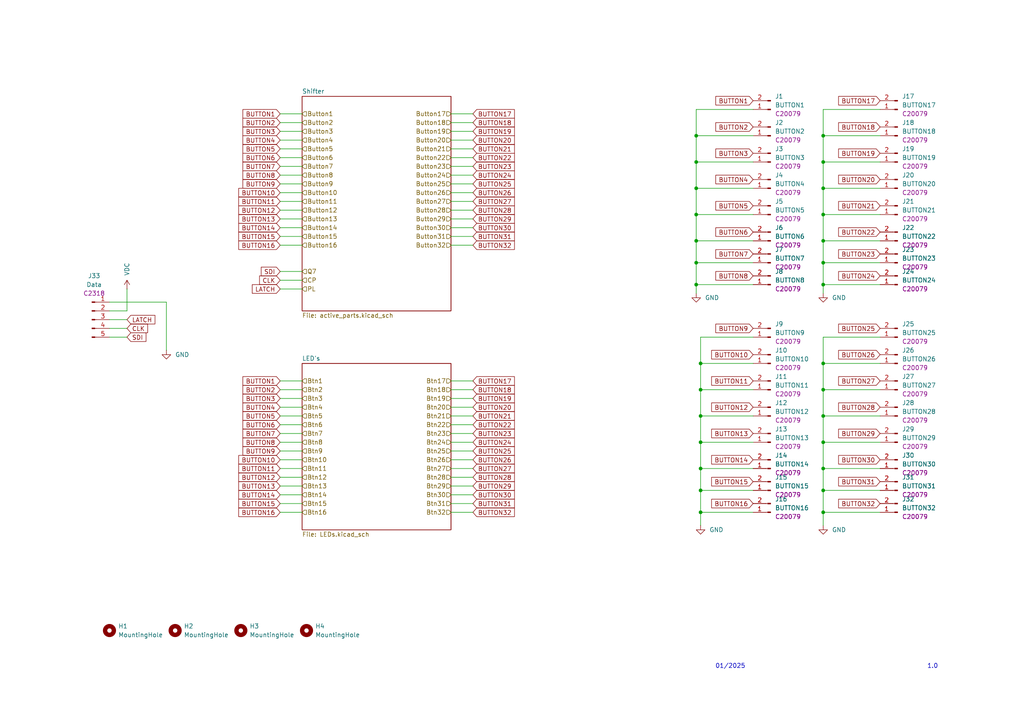
<source format=kicad_sch>
(kicad_sch (version 20250114) (generator "eeschema") (generator_version "9.0")
  (paper "A4")
  (lib_symbols
    (symbol "_MobiFlight:JST-XH_02_Pin_vertical" (pin_names (offset 1.016) (hide yes))
      (property "Reference" "J" (at 0 2.54 0))
      (property "Value" "JST-XH_02_Pin_vertical" (at 0 -5.08 0))
      (property "LCSC" "C20079" (at 0 0 0))
      (symbol "JST-XH_02_Pin_vertical_1_1"
        (rectangle (start 0.8636 0.127) (end 0 -0.127) (stroke (width 0.1524)) (fill (type outline)))
        (rectangle (start 0.8636 -2.413) (end 0 -2.667) (stroke (width 0.1524)) (fill (type outline)))
        (polyline (pts (xy 1.27 0) (xy 0.8636 0)) (stroke (width 0.1524)))
        (polyline (pts (xy 1.27 -2.54) (xy 0.8636 -2.54)) (stroke (width 0.1524)))
        (pin passive line (at 5.08 0 180) (length 3.81) (name "Pin_1") (number "1"))
        (pin passive line (at 5.08 -2.54 180) (length 3.81) (name "Pin_2") (number "2"))
      )
    )
    (symbol "_MobiFlight:JST-XH_05_Pin_vertical" (pin_names (offset 1.016) (hide yes))
      (property "Reference" "J" (at 0 7.62 0))
      (property "Value" "JST-XH_05_Pin_vertical" (at 0 -7.62 0))
      (property "LCSC" "C2318" (at 0 0 0))
      (symbol "JST-XH_05_Pin_vertical_1_1"
        (rectangle (start 0.8636 5.207) (end 0 4.953) (stroke (width 0.1524)) (fill (type outline)))
        (rectangle (start 0.8636 2.667) (end 0 2.413) (stroke (width 0.1524)) (fill (type outline)))
        (rectangle (start 0.8636 0.127) (end 0 -0.127) (stroke (width 0.1524)) (fill (type outline)))
        (rectangle (start 0.8636 -2.413) (end 0 -2.667) (stroke (width 0.1524)) (fill (type outline)))
        (rectangle (start 0.8636 -4.953) (end 0 -5.207) (stroke (width 0.1524)) (fill (type outline)))
        (polyline (pts (xy 1.27 5.08) (xy 0.8636 5.08)) (stroke (width 0.1524)))
        (polyline (pts (xy 1.27 2.54) (xy 0.8636 2.54)) (stroke (width 0.1524)))
        (polyline (pts (xy 1.27 0) (xy 0.8636 0)) (stroke (width 0.1524)))
        (polyline (pts (xy 1.27 -2.54) (xy 0.8636 -2.54)) (stroke (width 0.1524)))
        (polyline (pts (xy 1.27 -5.08) (xy 0.8636 -5.08)) (stroke (width 0.1524)))
        (pin passive line (at 5.08 5.08 180) (length 3.81) (name "Pin_1") (number "1"))
        (pin passive line (at 5.08 2.54 180) (length 3.81) (name "Pin_2") (number "2"))
        (pin passive line (at 5.08 0 180) (length 3.81) (name "Pin_3") (number "3"))
        (pin passive line (at 5.08 -2.54 180) (length 3.81) (name "Pin_4") (number "4"))
        (pin passive line (at 5.08 -5.08 180) (length 3.81) (name "Pin_5") (number "5"))
      )
    )
    (symbol "_MobiFlight:MountingHole 3.2mm" (pin_names (offset 1.016)) (exclude_from_sim yes) (in_bom no)
      (property "Reference" "H" (at 0 5.08 0))
      (property "Value" "MountingHole 3.2mm" (at 0 3.175 0))
      (symbol "MountingHole 3.2mm_0_1"
        (circle (center 0 0) (radius 1.27) (stroke (width 1.27)))
      )
    )
    (symbol "power:GND" (power) (pin_numbers (hide yes)) (pin_names (offset 0) (hide yes))
      (property "Value" "GND" (at 0 -3.81 0))
      (symbol "GND_0_1"
        (polyline (pts (xy 0 0) (xy 0 -1.27) (xy 1.27 -1.27) (xy 0 -2.54) (xy -1.27 -1.27) (xy 0 -1.27)))
      )
      (symbol "GND_1_1"
        (pin power_in line (at 0 0 270) (length 0) (name "~") (number "1"))
      )
    )
    (symbol "power:VDC" (power) (pin_numbers (hide yes)) (pin_names (offset 0) (hide yes))
      (property "Value" "VDC" (at 0 3.556 0))
      (symbol "VDC_0_1"
        (polyline (pts (xy -0.762 1.27) (xy 0 2.54)))
        (polyline (pts (xy 0 2.54) (xy 0.762 1.27)))
        (polyline (pts (xy 0 0) (xy 0 2.54)))
      )
      (symbol "VDC_1_1"
        (pin power_in line (at 0 0 90) (length 0) (name "~") (number "1"))
      )
    )
  )
  (text "1.0" (at 270.51 193.294 0) (effects (font (size 1.27 1.27))))
  (text "01/2025" (at 211.836 193.294 0) (effects (font (size 1.27 1.27))))
  (junction (at 203.2 105.41))
  (junction (at 238.76 135.89))
  (junction (at 201.93 62.23))
  (junction (at 203.2 113.03))
  (junction (at 201.93 54.61))
  (junction (at 238.76 142.24))
  (junction (at 238.76 113.03))
  (junction (at 201.93 76.2))
  (junction (at 238.76 148.59))
  (junction (at 238.76 46.99))
  (junction (at 203.2 120.65))
  (junction (at 238.76 105.41))
  (junction (at 201.93 46.99))
  (junction (at 201.93 39.37))
  (junction (at 201.93 69.85))
  (junction (at 203.2 135.89))
  (junction (at 238.76 62.23))
  (junction (at 238.76 54.61))
  (junction (at 238.76 76.2))
  (junction (at 238.76 128.27))
  (junction (at 238.76 69.85))
  (junction (at 203.2 128.27))
  (junction (at 203.2 148.59))
  (junction (at 203.2 142.24))
  (junction (at 238.76 82.55))
  (junction (at 201.93 82.55))
  (junction (at 238.76 120.65))
  (junction (at 238.76 39.37))
  (wire (pts (xy 238.76 105.41) (xy 255.27 105.41)))
  (wire (pts (xy 130.81 63.5) (xy 137.16 63.5)))
  (wire (pts (xy 130.81 66.04) (xy 137.16 66.04)))
  (wire (pts (xy 130.81 123.19) (xy 137.16 123.19)))
  (wire (pts (xy 130.81 135.89) (xy 137.16 135.89)))
  (wire (pts (xy 238.76 113.03) (xy 255.27 113.03)))
  (wire (pts (xy 201.93 82.55) (xy 218.44 82.55)))
  (wire (pts (xy 238.76 135.89) (xy 238.76 142.24)))
  (wire (pts (xy 130.81 130.81) (xy 137.16 130.81)))
  (wire (pts (xy 238.76 148.59) (xy 255.27 148.59)))
  (wire (pts (xy 81.28 138.43) (xy 87.63 138.43)))
  (wire (pts (xy 201.93 31.75) (xy 218.44 31.75)))
  (wire (pts (xy 130.81 55.88) (xy 137.16 55.88)))
  (wire (pts (xy 218.44 76.2) (xy 201.93 76.2)))
  (wire (pts (xy 201.93 82.55) (xy 201.93 85.09)))
  (wire (pts (xy 81.28 40.64) (xy 87.63 40.64)))
  (wire (pts (xy 203.2 135.89) (xy 203.2 142.24)))
  (wire (pts (xy 130.81 45.72) (xy 137.16 45.72)))
  (wire (pts (xy 81.28 146.05) (xy 87.63 146.05)))
  (wire (pts (xy 130.81 125.73) (xy 137.16 125.73)))
  (wire (pts (xy 203.2 142.24) (xy 218.44 142.24)))
  (wire (pts (xy 130.81 138.43) (xy 137.16 138.43)))
  (wire (pts (xy 31.75 95.25) (xy 36.83 95.25)))
  (wire (pts (xy 81.28 48.26) (xy 87.63 48.26)))
  (wire (pts (xy 201.93 76.2) (xy 201.93 82.55)))
  (wire (pts (xy 238.76 142.24) (xy 238.76 148.59)))
  (wire (pts (xy 238.76 113.03) (xy 238.76 120.65)))
  (wire (pts (xy 203.2 120.65) (xy 218.44 120.65)))
  (wire (pts (xy 130.81 48.26) (xy 137.16 48.26)))
  (wire (pts (xy 201.93 54.61) (xy 218.44 54.61)))
  (wire (pts (xy 81.28 66.04) (xy 87.63 66.04)))
  (wire (pts (xy 81.28 81.28) (xy 87.63 81.28)))
  (wire (pts (xy 203.2 105.41) (xy 218.44 105.41)))
  (wire (pts (xy 130.81 148.59) (xy 137.16 148.59)))
  (wire (pts (xy 238.76 135.89) (xy 255.27 135.89)))
  (wire (pts (xy 238.76 31.75) (xy 255.27 31.75)))
  (wire (pts (xy 238.76 46.99) (xy 238.76 39.37)))
  (wire (pts (xy 81.28 50.8) (xy 87.63 50.8)))
  (wire (pts (xy 31.75 97.79) (xy 36.83 97.79)))
  (wire (pts (xy 238.76 54.61) (xy 238.76 46.99)))
  (wire (pts (xy 201.93 46.99) (xy 201.93 39.37)))
  (wire (pts (xy 130.81 40.64) (xy 137.16 40.64)))
  (wire (pts (xy 238.76 128.27) (xy 238.76 135.89)))
  (wire (pts (xy 203.2 128.27) (xy 218.44 128.27)))
  (wire (pts (xy 130.81 146.05) (xy 137.16 146.05)))
  (wire (pts (xy 238.76 62.23) (xy 238.76 69.85)))
  (wire (pts (xy 130.81 38.1) (xy 137.16 38.1)))
  (wire (pts (xy 130.81 133.35) (xy 137.16 133.35)))
  (wire (pts (xy 130.81 71.12) (xy 137.16 71.12)))
  (wire (pts (xy 130.81 33.02) (xy 137.16 33.02)))
  (wire (pts (xy 81.28 143.51) (xy 87.63 143.51)))
  (wire (pts (xy 81.28 125.73) (xy 87.63 125.73)))
  (wire (pts (xy 81.28 135.89) (xy 87.63 135.89)))
  (wire (pts (xy 203.2 135.89) (xy 218.44 135.89)))
  (wire (pts (xy 201.93 39.37) (xy 201.93 31.75)))
  (wire (pts (xy 203.2 105.41) (xy 203.2 113.03)))
  (wire (pts (xy 81.28 43.18) (xy 87.63 43.18)))
  (wire (pts (xy 81.28 33.02) (xy 87.63 33.02)))
  (wire (pts (xy 81.28 68.58) (xy 87.63 68.58)))
  (wire (pts (xy 130.81 143.51) (xy 137.16 143.51)))
  (wire (pts (xy 201.93 69.85) (xy 201.93 76.2)))
  (wire (pts (xy 255.27 97.79) (xy 238.76 97.79)))
  (wire (pts (xy 130.81 43.18) (xy 137.16 43.18)))
  (wire (pts (xy 238.76 54.61) (xy 238.76 62.23)))
  (wire (pts (xy 81.28 115.57) (xy 87.63 115.57)))
  (wire (pts (xy 81.28 110.49) (xy 87.63 110.49)))
  (wire (pts (xy 238.76 97.79) (xy 238.76 105.41)))
  (wire (pts (xy 130.81 58.42) (xy 137.16 58.42)))
  (wire (pts (xy 238.76 120.65) (xy 255.27 120.65)))
  (wire (pts (xy 238.76 54.61) (xy 255.27 54.61)))
  (wire (pts (xy 81.28 55.88) (xy 87.63 55.88)))
  (wire (pts (xy 130.81 128.27) (xy 137.16 128.27)))
  (wire (pts (xy 238.76 82.55) (xy 255.27 82.55)))
  (wire (pts (xy 81.28 113.03) (xy 87.63 113.03)))
  (wire (pts (xy 238.76 120.65) (xy 238.76 128.27)))
  (wire (pts (xy 203.2 148.59) (xy 218.44 148.59)))
  (wire (pts (xy 130.81 50.8) (xy 137.16 50.8)))
  (wire (pts (xy 130.81 35.56) (xy 137.16 35.56)))
  (wire (pts (xy 81.28 45.72) (xy 87.63 45.72)))
  (wire (pts (xy 81.28 83.82) (xy 87.63 83.82)))
  (wire (pts (xy 238.76 46.99) (xy 255.27 46.99)))
  (wire (pts (xy 81.28 118.11) (xy 87.63 118.11)))
  (wire (pts (xy 238.76 105.41) (xy 238.76 113.03)))
  (wire (pts (xy 130.81 60.96) (xy 137.16 60.96)))
  (wire (pts (xy 130.81 120.65) (xy 137.16 120.65)))
  (wire (pts (xy 203.2 105.41) (xy 203.2 97.79)))
  (wire (pts (xy 218.44 62.23) (xy 201.93 62.23)))
  (wire (pts (xy 81.28 120.65) (xy 87.63 120.65)))
  (wire (pts (xy 130.81 68.58) (xy 137.16 68.58)))
  (wire (pts (xy 36.83 83.82) (xy 36.83 90.17)))
  (wire (pts (xy 81.28 35.56) (xy 87.63 35.56)))
  (wire (pts (xy 238.76 76.2) (xy 238.76 82.55)))
  (wire (pts (xy 48.26 101.6) (xy 48.26 87.63)))
  (wire (pts (xy 238.76 39.37) (xy 238.76 31.75)))
  (wire (pts (xy 255.27 76.2) (xy 238.76 76.2)))
  (wire (pts (xy 81.28 130.81) (xy 87.63 130.81)))
  (wire (pts (xy 81.28 71.12) (xy 87.63 71.12)))
  (wire (pts (xy 81.28 60.96) (xy 87.63 60.96)))
  (wire (pts (xy 201.93 54.61) (xy 201.93 46.99)))
  (wire (pts (xy 201.93 46.99) (xy 218.44 46.99)))
  (wire (pts (xy 201.93 39.37) (xy 218.44 39.37)))
  (wire (pts (xy 81.28 148.59) (xy 87.63 148.59)))
  (wire (pts (xy 203.2 128.27) (xy 203.2 135.89)))
  (wire (pts (xy 130.81 118.11) (xy 137.16 118.11)))
  (wire (pts (xy 81.28 128.27) (xy 87.63 128.27)))
  (wire (pts (xy 203.2 142.24) (xy 203.2 148.59)))
  (wire (pts (xy 81.28 53.34) (xy 87.63 53.34)))
  (wire (pts (xy 81.28 38.1) (xy 87.63 38.1)))
  (wire (pts (xy 130.81 53.34) (xy 137.16 53.34)))
  (wire (pts (xy 203.2 148.59) (xy 203.2 152.4)))
  (wire (pts (xy 31.75 87.63) (xy 48.26 87.63)))
  (wire (pts (xy 203.2 113.03) (xy 218.44 113.03)))
  (wire (pts (xy 81.28 58.42) (xy 87.63 58.42)))
  (wire (pts (xy 201.93 62.23) (xy 201.93 69.85)))
  (wire (pts (xy 201.93 69.85) (xy 218.44 69.85)))
  (wire (pts (xy 203.2 120.65) (xy 203.2 128.27)))
  (wire (pts (xy 238.76 39.37) (xy 255.27 39.37)))
  (wire (pts (xy 203.2 113.03) (xy 203.2 120.65)))
  (wire (pts (xy 130.81 110.49) (xy 137.16 110.49)))
  (wire (pts (xy 81.28 140.97) (xy 87.63 140.97)))
  (wire (pts (xy 255.27 62.23) (xy 238.76 62.23)))
  (wire (pts (xy 238.76 69.85) (xy 255.27 69.85)))
  (wire (pts (xy 238.76 69.85) (xy 238.76 76.2)))
  (wire (pts (xy 36.83 90.17) (xy 31.75 90.17)))
  (wire (pts (xy 31.75 92.71) (xy 36.83 92.71)))
  (wire (pts (xy 81.28 63.5) (xy 87.63 63.5)))
  (wire (pts (xy 81.28 133.35) (xy 87.63 133.35)))
  (wire (pts (xy 201.93 54.61) (xy 201.93 62.23)))
  (wire (pts (xy 203.2 97.79) (xy 218.44 97.79)))
  (wire (pts (xy 238.76 128.27) (xy 255.27 128.27)))
  (wire (pts (xy 238.76 148.59) (xy 238.76 152.4)))
  (wire (pts (xy 81.28 78.74) (xy 87.63 78.74)))
  (wire (pts (xy 238.76 82.55) (xy 238.76 85.09)))
  (wire (pts (xy 130.81 115.57) (xy 137.16 115.57)))
  (wire (pts (xy 238.76 142.24) (xy 255.27 142.24)))
  (wire (pts (xy 81.28 123.19) (xy 87.63 123.19)))
  (wire (pts (xy 130.81 140.97) (xy 137.16 140.97)))
  (wire (pts (xy 130.81 113.03) (xy 137.16 113.03)))
  (global_label "BUTTON27" (shape input) (at 255.27 110.49 180) (property "Intersheetrefs" "${INTERSHEET_REFS}" (effects (hide yes))))
  (global_label "BUTTON16" (shape input) (at 218.44 146.05 180) (property "Intersheetrefs" "${INTERSHEET_REFS}" (effects (hide yes))))
  (global_label "BUTTON16" (shape input) (at 81.28 148.59 180) (property "Intersheetrefs" "${INTERSHEET_REFS}" (effects (hide yes))))
  (global_label "BUTTON2" (shape input) (at 81.28 113.03 180) (property "Intersheetrefs" "${INTERSHEET_REFS}" (effects (hide yes))))
  (global_label "BUTTON23" (shape input) (at 137.16 48.26 0) (property "Intersheetrefs" "${INTERSHEET_REFS}" (effects (hide yes))))
  (global_label "BUTTON26" (shape input) (at 137.16 55.88 0) (property "Intersheetrefs" "${INTERSHEET_REFS}" (effects (hide yes))))
  (global_label "BUTTON9" (shape input) (at 81.28 53.34 180) (property "Intersheetrefs" "${INTERSHEET_REFS}" (effects (hide yes))))
  (global_label "BUTTON18" (shape input) (at 255.27 36.83 180) (property "Intersheetrefs" "${INTERSHEET_REFS}" (effects (hide yes))))
  (global_label "BUTTON20" (shape input) (at 255.27 52.07 180) (property "Intersheetrefs" "${INTERSHEET_REFS}" (effects (hide yes))))
  (global_label "BUTTON17" (shape input) (at 255.27 29.21 180) (property "Intersheetrefs" "${INTERSHEET_REFS}" (effects (hide yes))))
  (global_label "BUTTON11" (shape input) (at 218.44 110.49 180) (property "Intersheetrefs" "${INTERSHEET_REFS}" (effects (hide yes))))
  (global_label "SDI" (shape input) (at 81.28 78.74 180) (property "Intersheetrefs" "${INTERSHEET_REFS}" (effects (hide yes))))
  (global_label "BUTTON24" (shape input) (at 137.16 128.27 0) (property "Intersheetrefs" "${INTERSHEET_REFS}" (effects (hide yes))))
  (global_label "BUTTON4" (shape input) (at 218.44 52.07 180) (property "Intersheetrefs" "${INTERSHEET_REFS}" (effects (hide yes))))
  (global_label "BUTTON6" (shape input) (at 218.44 67.31 180) (property "Intersheetrefs" "${INTERSHEET_REFS}" (effects (hide yes))))
  (global_label "BUTTON24" (shape input) (at 255.27 80.01 180) (property "Intersheetrefs" "${INTERSHEET_REFS}" (effects (hide yes))))
  (global_label "BUTTON8" (shape input) (at 81.28 50.8 180) (property "Intersheetrefs" "${INTERSHEET_REFS}" (effects (hide yes))))
  (global_label "BUTTON9" (shape input) (at 218.44 95.25 180) (property "Intersheetrefs" "${INTERSHEET_REFS}" (effects (hide yes))))
  (global_label "BUTTON5" (shape input) (at 218.44 59.69 180) (property "Intersheetrefs" "${INTERSHEET_REFS}" (effects (hide yes))))
  (global_label "BUTTON17" (shape input) (at 137.16 33.02 0) (property "Intersheetrefs" "${INTERSHEET_REFS}" (effects (hide yes))))
  (global_label "BUTTON23" (shape input) (at 255.27 73.66 180) (property "Intersheetrefs" "${INTERSHEET_REFS}" (effects (hide yes))))
  (global_label "BUTTON9" (shape input) (at 81.28 130.81 180) (property "Intersheetrefs" "${INTERSHEET_REFS}" (effects (hide yes))))
  (global_label "BUTTON7" (shape input) (at 81.28 48.26 180) (property "Intersheetrefs" "${INTERSHEET_REFS}" (effects (hide yes))))
  (global_label "BUTTON21" (shape input) (at 255.27 59.69 180) (property "Intersheetrefs" "${INTERSHEET_REFS}" (effects (hide yes))))
  (global_label "BUTTON8" (shape input) (at 81.28 128.27 180) (property "Intersheetrefs" "${INTERSHEET_REFS}" (effects (hide yes))))
  (global_label "BUTTON32" (shape input) (at 255.27 146.05 180) (property "Intersheetrefs" "${INTERSHEET_REFS}" (effects (hide yes))))
  (global_label "BUTTON28" (shape input) (at 137.16 138.43 0) (property "Intersheetrefs" "${INTERSHEET_REFS}" (effects (hide yes))))
  (global_label "BUTTON31" (shape input) (at 137.16 68.58 0) (property "Intersheetrefs" "${INTERSHEET_REFS}" (effects (hide yes))))
  (global_label "BUTTON30" (shape input) (at 137.16 66.04 0) (property "Intersheetrefs" "${INTERSHEET_REFS}" (effects (hide yes))))
  (global_label "BUTTON32" (shape input) (at 137.16 71.12 0) (property "Intersheetrefs" "${INTERSHEET_REFS}" (effects (hide yes))))
  (global_label "BUTTON15" (shape input) (at 218.44 139.7 180) (property "Intersheetrefs" "${INTERSHEET_REFS}" (effects (hide yes))))
  (global_label "BUTTON4" (shape input) (at 81.28 118.11 180) (property "Intersheetrefs" "${INTERSHEET_REFS}" (effects (hide yes))))
  (global_label "BUTTON26" (shape input) (at 255.27 102.87 180) (property "Intersheetrefs" "${INTERSHEET_REFS}" (effects (hide yes))))
  (global_label "BUTTON5" (shape input) (at 81.28 43.18 180) (property "Intersheetrefs" "${INTERSHEET_REFS}" (effects (hide yes))))
  (global_label "BUTTON26" (shape input) (at 137.16 133.35 0) (property "Intersheetrefs" "${INTERSHEET_REFS}" (effects (hide yes))))
  (global_label "CLK" (shape input) (at 36.83 95.25 0) (property "Intersheetrefs" "${INTERSHEET_REFS}" (effects (hide yes))))
  (global_label "BUTTON30" (shape input) (at 137.16 143.51 0) (property "Intersheetrefs" "${INTERSHEET_REFS}" (effects (hide yes))))
  (global_label "BUTTON3" (shape input) (at 218.44 44.45 180) (property "Intersheetrefs" "${INTERSHEET_REFS}" (effects (hide yes))))
  (global_label "BUTTON13" (shape input) (at 218.44 125.73 180) (property "Intersheetrefs" "${INTERSHEET_REFS}" (effects (hide yes))))
  (global_label "BUTTON2" (shape input) (at 81.28 35.56 180) (property "Intersheetrefs" "${INTERSHEET_REFS}" (effects (hide yes))))
  (global_label "BUTTON22" (shape input) (at 137.16 45.72 0) (property "Intersheetrefs" "${INTERSHEET_REFS}" (effects (hide yes))))
  (global_label "BUTTON1" (shape input) (at 218.44 29.21 180) (property "Intersheetrefs" "${INTERSHEET_REFS}" (effects (hide yes))))
  (global_label "BUTTON6" (shape input) (at 81.28 45.72 180) (property "Intersheetrefs" "${INTERSHEET_REFS}" (effects (hide yes))))
  (global_label "BUTTON25" (shape input) (at 137.16 53.34 0) (property "Intersheetrefs" "${INTERSHEET_REFS}" (effects (hide yes))))
  (global_label "BUTTON3" (shape input) (at 81.28 38.1 180) (property "Intersheetrefs" "${INTERSHEET_REFS}" (effects (hide yes))))
  (global_label "BUTTON25" (shape input) (at 255.27 95.25 180) (property "Intersheetrefs" "${INTERSHEET_REFS}" (effects (hide yes))))
  (global_label "BUTTON20" (shape input) (at 137.16 40.64 0) (property "Intersheetrefs" "${INTERSHEET_REFS}" (effects (hide yes))))
  (global_label "BUTTON14" (shape input) (at 218.44 133.35 180) (property "Intersheetrefs" "${INTERSHEET_REFS}" (effects (hide yes))))
  (global_label "BUTTON24" (shape input) (at 137.16 50.8 0) (property "Intersheetrefs" "${INTERSHEET_REFS}" (effects (hide yes))))
  (global_label "BUTTON7" (shape input) (at 218.44 73.66 180) (property "Intersheetrefs" "${INTERSHEET_REFS}" (effects (hide yes))))
  (global_label "BUTTON13" (shape input) (at 81.28 140.97 180) (property "Intersheetrefs" "${INTERSHEET_REFS}" (effects (hide yes))))
  (global_label "BUTTON12" (shape input) (at 81.28 138.43 180) (property "Intersheetrefs" "${INTERSHEET_REFS}" (effects (hide yes))))
  (global_label "BUTTON13" (shape input) (at 81.28 63.5 180) (property "Intersheetrefs" "${INTERSHEET_REFS}" (effects (hide yes))))
  (global_label "BUTTON23" (shape input) (at 137.16 125.73 0) (property "Intersheetrefs" "${INTERSHEET_REFS}" (effects (hide yes))))
  (global_label "BUTTON15" (shape input) (at 81.28 146.05 180) (property "Intersheetrefs" "${INTERSHEET_REFS}" (effects (hide yes))))
  (global_label "BUTTON1" (shape input) (at 81.28 33.02 180) (property "Intersheetrefs" "${INTERSHEET_REFS}" (effects (hide yes))))
  (global_label "BUTTON17" (shape input) (at 137.16 110.49 0) (property "Intersheetrefs" "${INTERSHEET_REFS}" (effects (hide yes))))
  (global_label "BUTTON25" (shape input) (at 137.16 130.81 0) (property "Intersheetrefs" "${INTERSHEET_REFS}" (effects (hide yes))))
  (global_label "BUTTON10" (shape input) (at 81.28 55.88 180) (property "Intersheetrefs" "${INTERSHEET_REFS}" (effects (hide yes))))
  (global_label "BUTTON2" (shape input) (at 218.44 36.83 180) (property "Intersheetrefs" "${INTERSHEET_REFS}" (effects (hide yes))))
  (global_label "BUTTON29" (shape input) (at 137.16 140.97 0) (property "Intersheetrefs" "${INTERSHEET_REFS}" (effects (hide yes))))
  (global_label "BUTTON30" (shape input) (at 255.27 133.35 180) (property "Intersheetrefs" "${INTERSHEET_REFS}" (effects (hide yes))))
  (global_label "BUTTON10" (shape input) (at 218.44 102.87 180) (property "Intersheetrefs" "${INTERSHEET_REFS}" (effects (hide yes))))
  (global_label "LATCH" (shape input) (at 36.83 92.71 0) (property "Intersheetrefs" "${INTERSHEET_REFS}" (effects (hide yes))))
  (global_label "BUTTON15" (shape input) (at 81.28 68.58 180) (property "Intersheetrefs" "${INTERSHEET_REFS}" (effects (hide yes))))
  (global_label "LATCH" (shape input) (at 81.28 83.82 180) (property "Intersheetrefs" "${INTERSHEET_REFS}" (effects (hide yes))))
  (global_label "CLK" (shape input) (at 81.28 81.28 180) (property "Intersheetrefs" "${INTERSHEET_REFS}" (effects (hide yes))))
  (global_label "BUTTON32" (shape input) (at 137.16 148.59 0) (property "Intersheetrefs" "${INTERSHEET_REFS}" (effects (hide yes))))
  (global_label "BUTTON31" (shape input) (at 255.27 139.7 180) (property "Intersheetrefs" "${INTERSHEET_REFS}" (effects (hide yes))))
  (global_label "BUTTON22" (shape input) (at 137.16 123.19 0) (property "Intersheetrefs" "${INTERSHEET_REFS}" (effects (hide yes))))
  (global_label "SDI" (shape input) (at 36.83 97.79 0) (property "Intersheetrefs" "${INTERSHEET_REFS}" (effects (hide yes))))
  (global_label "BUTTON21" (shape input) (at 137.16 43.18 0) (property "Intersheetrefs" "${INTERSHEET_REFS}" (effects (hide yes))))
  (global_label "BUTTON28" (shape input) (at 137.16 60.96 0) (property "Intersheetrefs" "${INTERSHEET_REFS}" (effects (hide yes))))
  (global_label "BUTTON18" (shape input) (at 137.16 35.56 0) (property "Intersheetrefs" "${INTERSHEET_REFS}" (effects (hide yes))))
  (global_label "BUTTON3" (shape input) (at 81.28 115.57 180) (property "Intersheetrefs" "${INTERSHEET_REFS}" (effects (hide yes))))
  (global_label "BUTTON14" (shape input) (at 81.28 66.04 180) (property "Intersheetrefs" "${INTERSHEET_REFS}" (effects (hide yes))))
  (global_label "BUTTON12" (shape input) (at 218.44 118.11 180) (property "Intersheetrefs" "${INTERSHEET_REFS}" (effects (hide yes))))
  (global_label "BUTTON20" (shape input) (at 137.16 118.11 0) (property "Intersheetrefs" "${INTERSHEET_REFS}" (effects (hide yes))))
  (global_label "BUTTON29" (shape input) (at 137.16 63.5 0) (property "Intersheetrefs" "${INTERSHEET_REFS}" (effects (hide yes))))
  (global_label "BUTTON1" (shape input) (at 81.28 110.49 180) (property "Intersheetrefs" "${INTERSHEET_REFS}" (effects (hide yes))))
  (global_label "BUTTON16" (shape input) (at 81.28 71.12 180) (property "Intersheetrefs" "${INTERSHEET_REFS}" (effects (hide yes))))
  (global_label "BUTTON22" (shape input) (at 255.27 67.31 180) (property "Intersheetrefs" "${INTERSHEET_REFS}" (effects (hide yes))))
  (global_label "BUTTON8" (shape input) (at 218.44 80.01 180) (property "Intersheetrefs" "${INTERSHEET_REFS}" (effects (hide yes))))
  (global_label "BUTTON27" (shape input) (at 137.16 135.89 0) (property "Intersheetrefs" "${INTERSHEET_REFS}" (effects (hide yes))))
  (global_label "BUTTON11" (shape input) (at 81.28 58.42 180) (property "Intersheetrefs" "${INTERSHEET_REFS}" (effects (hide yes))))
  (global_label "BUTTON31" (shape input) (at 137.16 146.05 0) (property "Intersheetrefs" "${INTERSHEET_REFS}" (effects (hide yes))))
  (global_label "BUTTON27" (shape input) (at 137.16 58.42 0) (property "Intersheetrefs" "${INTERSHEET_REFS}" (effects (hide yes))))
  (global_label "BUTTON6" (shape input) (at 81.28 123.19 180) (property "Intersheetrefs" "${INTERSHEET_REFS}" (effects (hide yes))))
  (global_label "BUTTON28" (shape input) (at 255.27 118.11 180) (property "Intersheetrefs" "${INTERSHEET_REFS}" (effects (hide yes))))
  (global_label "BUTTON19" (shape input) (at 255.27 44.45 180) (property "Intersheetrefs" "${INTERSHEET_REFS}" (effects (hide yes))))
  (global_label "BUTTON10" (shape input) (at 81.28 133.35 180) (property "Intersheetrefs" "${INTERSHEET_REFS}" (effects (hide yes))))
  (global_label "BUTTON21" (shape input) (at 137.16 120.65 0) (property "Intersheetrefs" "${INTERSHEET_REFS}" (effects (hide yes))))
  (global_label "BUTTON19" (shape input) (at 137.16 115.57 0) (property "Intersheetrefs" "${INTERSHEET_REFS}" (effects (hide yes))))
  (global_label "BUTTON5" (shape input) (at 81.28 120.65 180) (property "Intersheetrefs" "${INTERSHEET_REFS}" (effects (hide yes))))
  (global_label "BUTTON18" (shape input) (at 137.16 113.03 0) (property "Intersheetrefs" "${INTERSHEET_REFS}" (effects (hide yes))))
  (global_label "BUTTON7" (shape input) (at 81.28 125.73 180) (property "Intersheetrefs" "${INTERSHEET_REFS}" (effects (hide yes))))
  (global_label "BUTTON12" (shape input) (at 81.28 60.96 180) (property "Intersheetrefs" "${INTERSHEET_REFS}" (effects (hide yes))))
  (global_label "BUTTON11" (shape input) (at 81.28 135.89 180) (property "Intersheetrefs" "${INTERSHEET_REFS}" (effects (hide yes))))
  (global_label "BUTTON19" (shape input) (at 137.16 38.1 0) (property "Intersheetrefs" "${INTERSHEET_REFS}" (effects (hide yes))))
  (global_label "BUTTON14" (shape input) (at 81.28 143.51 180) (property "Intersheetrefs" "${INTERSHEET_REFS}" (effects (hide yes))))
  (global_label "BUTTON29" (shape input) (at 255.27 125.73 180) (property "Intersheetrefs" "${INTERSHEET_REFS}" (effects (hide yes))))
  (global_label "BUTTON4" (shape input) (at 81.28 40.64 180) (property "Intersheetrefs" "${INTERSHEET_REFS}" (effects (hide yes))))
  (hierarchical_label "Button19" (shape input) (at 130.81 38.1 180))
  (hierarchical_label "Btn9" (shape input) (at 87.63 130.81 0))
  (hierarchical_label "Button13" (shape input) (at 87.63 63.5 0))
  (hierarchical_label "Button17" (shape input) (at 130.81 33.02 180))
  (hierarchical_label "Btn16" (shape input) (at 87.63 148.59 0))
  (hierarchical_label "Button8" (shape input) (at 87.63 50.8 0))
  (hierarchical_label "Button24" (shape input) (at 130.81 50.8 180))
  (hierarchical_label "Btn25" (shape input) (at 130.81 130.81 180))
  (hierarchical_label "CP" (shape input) (at 87.63 81.28 0))
  (hierarchical_label "Button18" (shape input) (at 130.81 35.56 180))
  (hierarchical_label "Btn5" (shape input) (at 87.63 120.65 0))
  (hierarchical_label "Button22" (shape input) (at 130.81 45.72 180))
  (hierarchical_label "Button2" (shape input) (at 87.63 35.56 0))
  (hierarchical_label "Button27" (shape input) (at 130.81 58.42 180))
  (hierarchical_label "Button4" (shape input) (at 87.63 40.64 0))
  (hierarchical_label "Button3" (shape input) (at 87.63 38.1 0))
  (hierarchical_label "Button26" (shape input) (at 130.81 55.88 180))
  (hierarchical_label "Button25" (shape input) (at 130.81 53.34 180))
  (hierarchical_label "Button15" (shape input) (at 87.63 68.58 0))
  (hierarchical_label "Btn8" (shape input) (at 87.63 128.27 0))
  (hierarchical_label "Btn23" (shape input) (at 130.81 125.73 180))
  (hierarchical_label "Btn17" (shape input) (at 130.81 110.49 180))
  (hierarchical_label "Btn20" (shape input) (at 130.81 118.11 180))
  (hierarchical_label "Btn19" (shape input) (at 130.81 115.57 180))
  (hierarchical_label "Btn30" (shape input) (at 130.81 143.51 180))
  (hierarchical_label "Button1" (shape input) (at 87.63 33.02 0))
  (hierarchical_label "Button23" (shape input) (at 130.81 48.26 180))
  (hierarchical_label "Btn18" (shape input) (at 130.81 113.03 180))
  (hierarchical_label "Button10" (shape input) (at 87.63 55.88 0))
  (hierarchical_label "Button5" (shape input) (at 87.63 43.18 0))
  (hierarchical_label "Btn29" (shape input) (at 130.81 140.97 180))
  (hierarchical_label "Btn21" (shape input) (at 130.81 120.65 180))
  (hierarchical_label "PL" (shape input) (at 87.63 83.82 0))
  (hierarchical_label "Q7" (shape input) (at 87.63 78.74 0))
  (hierarchical_label "Button31" (shape input) (at 130.81 68.58 180))
  (hierarchical_label "Btn28" (shape input) (at 130.81 138.43 180))
  (hierarchical_label "Btn11" (shape input) (at 87.63 135.89 0))
  (hierarchical_label "Button9" (shape input) (at 87.63 53.34 0))
  (hierarchical_label "Button16" (shape input) (at 87.63 71.12 0))
  (hierarchical_label "Button20" (shape input) (at 130.81 40.64 180))
  (hierarchical_label "Btn3" (shape input) (at 87.63 115.57 0))
  (hierarchical_label "Btn6" (shape input) (at 87.63 123.19 0))
  (hierarchical_label "Btn32" (shape input) (at 130.81 148.59 180))
  (hierarchical_label "Button32" (shape input) (at 130.81 71.12 180))
  (hierarchical_label "Btn27" (shape input) (at 130.81 135.89 180))
  (hierarchical_label "Btn7" (shape input) (at 87.63 125.73 0))
  (hierarchical_label "Button11" (shape input) (at 87.63 58.42 0))
  (hierarchical_label "Btn10" (shape input) (at 87.63 133.35 0))
  (hierarchical_label "Button29" (shape input) (at 130.81 63.5 180))
  (hierarchical_label "Button21" (shape input) (at 130.81 43.18 180))
  (hierarchical_label "Btn13" (shape input) (at 87.63 140.97 0))
  (hierarchical_label "Button7" (shape input) (at 87.63 48.26 0))
  (hierarchical_label "Btn4" (shape input) (at 87.63 118.11 0))
  (hierarchical_label "Btn24" (shape input) (at 130.81 128.27 180))
  (hierarchical_label "Btn1" (shape input) (at 87.63 110.49 0))
  (hierarchical_label "Btn12" (shape input) (at 87.63 138.43 0))
  (hierarchical_label "Button6" (shape input) (at 87.63 45.72 0))
  (hierarchical_label "Btn15" (shape input) (at 87.63 146.05 0))
  (hierarchical_label "Button14" (shape input) (at 87.63 66.04 0))
  (hierarchical_label "Btn31" (shape input) (at 130.81 146.05 180))
  (hierarchical_label "Button12" (shape input) (at 87.63 60.96 0))
  (hierarchical_label "Button30" (shape input) (at 130.81 66.04 180))
  (hierarchical_label "Btn26" (shape input) (at 130.81 133.35 180))
  (hierarchical_label "Btn2" (shape input) (at 87.63 113.03 0))
  (hierarchical_label "Btn22" (shape input) (at 130.81 123.19 180))
  (hierarchical_label "Button28" (shape input) (at 130.81 60.96 180))
  (hierarchical_label "Btn14" (shape input) (at 87.63 143.51 0))
  (symbol (lib_id "_MobiFlight:MountingHole 3.2mm") (at 50.8 182.88 0) (unit 1) (exclude_from_sim yes) (in_bom no)
    (property "Reference" "H2" (at 53.34 181.6099 0) (effects (justify left)))
    (property "Value" "MountingHole" (at 53.34 184.1499 0) (effects (justify left)))
    (property "Footprint" "MountingHole:MountingHole_3.2mm_M3_Pad" (effects (hide yes)))
    (property "Description" "Mounting Hole without connection" (effects (hide yes)))
  )
  (symbol (lib_id "_MobiFlight:JST-XH_02_Pin_vertical") (at 223.52 62.23 180) (unit 1)
    (property "Reference" "J5" (at 224.79 58.4199 0) (effects (justify right)))
    (property "Value" "BUTTON5" (at 224.79 60.9599 0) (effects (justify right)))
    (property "Footprint" "Connector_JST:JST_XH_B2B-XH-A_1x02_P2.50mm_Vertical" (effects (hide yes)))
    (property "Description" "Generic connector, single row, 01x02, script generated" (effects (hide yes)))
    (property "LCSC" "C20079" (at 224.79 63.4999 0) (effects (justify right)))
    (property "JLC Rotation Offset" "180" (effects (hide yes)))
  )
  (symbol (lib_id "power:GND") (at 238.76 85.09 0) (mirror y) (unit 1)
    (property "Reference" "#PWR010" (effects (hide yes)))
    (property "Value" "GND" (at 241.3 86.3599 0) (effects (justify right)))
    (property "Description" "Power symbol creates a global label with name \"GND\" , ground" (effects (hide yes)))
  )
  (symbol (lib_id "power:GND") (at 238.76 152.4 0) (mirror y) (unit 1)
    (property "Reference" "#PWR08" (effects (hide yes)))
    (property "Value" "GND" (at 241.3 153.6699 0) (effects (justify right)))
    (property "Description" "Power symbol creates a global label with name \"GND\" , ground" (effects (hide yes)))
  )
  (symbol (lib_id "_MobiFlight:JST-XH_02_Pin_vertical") (at 260.35 31.75 180) (unit 1)
    (property "Reference" "J17" (at 261.62 27.9399 0) (effects (justify right)))
    (property "Value" "BUTTON17" (at 261.62 30.4799 0) (effects (justify right)))
    (property "Footprint" "Connector_JST:JST_XH_B2B-XH-A_1x02_P2.50mm_Vertical" (effects (hide yes)))
    (property "Description" "Generic connector, single row, 01x02, script generated" (effects (hide yes)))
    (property "LCSC" "C20079" (at 261.62 33.0199 0) (effects (justify right)))
    (property "JLC Rotation Offset" "180" (effects (hide yes)))
  )
  (symbol (lib_id "_MobiFlight:JST-XH_02_Pin_vertical") (at 260.35 62.23 180) (unit 1)
    (property "Reference" "J21" (at 261.62 58.4199 0) (effects (justify right)))
    (property "Value" "BUTTON21" (at 261.62 60.9599 0) (effects (justify right)))
    (property "Footprint" "Connector_JST:JST_XH_B2B-XH-A_1x02_P2.50mm_Vertical" (effects (hide yes)))
    (property "Description" "Generic connector, single row, 01x02, script generated" (effects (hide yes)))
    (property "LCSC" "C20079" (at 261.62 63.4999 0) (effects (justify right)))
    (property "JLC Rotation Offset" "180" (effects (hide yes)))
  )
  (symbol (lib_id "_MobiFlight:JST-XH_02_Pin_vertical") (at 260.35 128.27 180) (unit 1)
    (property "Reference" "J29" (at 261.62 124.4599 0) (effects (justify right)))
    (property "Value" "BUTTON29" (at 261.62 126.9999 0) (effects (justify right)))
    (property "Footprint" "Connector_JST:JST_XH_B2B-XH-A_1x02_P2.50mm_Vertical" (effects (hide yes)))
    (property "Description" "Generic connector, single row, 01x02, script generated" (effects (hide yes)))
    (property "LCSC" "C20079" (at 261.62 129.5399 0) (effects (justify right)))
    (property "JLC Rotation Offset" "180" (effects (hide yes)))
  )
  (symbol (lib_id "power:VDC") (at 36.83 83.82 0) (unit 1)
    (property "Reference" "#PWR021" (effects (hide yes)))
    (property "Value" "VDC" (at 36.8299 80.01 90) (effects (justify left)))
    (property "Description" "Power symbol creates a global label with name \"VDC\"" (effects (hide yes)))
  )
  (symbol (lib_id "_MobiFlight:MountingHole 3.2mm") (at 69.85 182.88 0) (unit 1) (exclude_from_sim yes) (in_bom no)
    (property "Reference" "H3" (at 72.39 181.6099 0) (effects (justify left)))
    (property "Value" "MountingHole" (at 72.39 184.1499 0) (effects (justify left)))
    (property "Footprint" "MountingHole:MountingHole_3.2mm_M3_Pad" (effects (hide yes)))
    (property "Description" "Mounting Hole without connection" (effects (hide yes)))
  )
  (symbol (lib_id "_MobiFlight:JST-XH_02_Pin_vertical") (at 260.35 46.99 180) (unit 1)
    (property "Reference" "J19" (at 261.62 43.1799 0) (effects (justify right)))
    (property "Value" "BUTTON19" (at 261.62 45.7199 0) (effects (justify right)))
    (property "Footprint" "Connector_JST:JST_XH_B2B-XH-A_1x02_P2.50mm_Vertical" (effects (hide yes)))
    (property "Description" "Generic connector, single row, 01x02, script generated" (effects (hide yes)))
    (property "LCSC" "C20079" (at 261.62 48.2599 0) (effects (justify right)))
    (property "JLC Rotation Offset" "180" (effects (hide yes)))
  )
  (symbol (lib_id "_MobiFlight:JST-XH_02_Pin_vertical") (at 223.52 46.99 180) (unit 1)
    (property "Reference" "J3" (at 224.79 43.1799 0) (effects (justify right)))
    (property "Value" "BUTTON3" (at 224.79 45.7199 0) (effects (justify right)))
    (property "Footprint" "Connector_JST:JST_XH_B2B-XH-A_1x02_P2.50mm_Vertical" (effects (hide yes)))
    (property "Description" "Generic connector, single row, 01x02, script generated" (effects (hide yes)))
    (property "LCSC" "C20079" (at 224.79 48.2599 0) (effects (justify right)))
    (property "JLC Rotation Offset" "180" (effects (hide yes)))
  )
  (symbol (lib_id "_MobiFlight:JST-XH_02_Pin_vertical") (at 260.35 120.65 180) (unit 1)
    (property "Reference" "J28" (at 261.62 116.8399 0) (effects (justify right)))
    (property "Value" "BUTTON28" (at 261.62 119.3799 0) (effects (justify right)))
    (property "Footprint" "Connector_JST:JST_XH_B2B-XH-A_1x02_P2.50mm_Vertical" (effects (hide yes)))
    (property "Description" "Generic connector, single row, 01x02, script generated" (effects (hide yes)))
    (property "LCSC" "C20079" (at 261.62 121.9199 0) (effects (justify right)))
    (property "JLC Rotation Offset" "180" (effects (hide yes)))
  )
  (symbol (lib_id "_MobiFlight:JST-XH_02_Pin_vertical") (at 223.52 135.89 180) (unit 1)
    (property "Reference" "J14" (at 224.79 132.0799 0) (effects (justify right)))
    (property "Value" "BUTTON14" (at 224.79 134.6199 0) (effects (justify right)))
    (property "Footprint" "Connector_JST:JST_XH_B2B-XH-A_1x02_P2.50mm_Vertical" (effects (hide yes)))
    (property "Description" "Generic connector, single row, 01x02, script generated" (effects (hide yes)))
    (property "LCSC" "C20079" (at 224.79 137.1599 0) (effects (justify right)))
    (property "JLC Rotation Offset" "180" (effects (hide yes)))
  )
  (symbol (lib_id "power:GND") (at 203.2 152.4 0) (mirror y) (unit 1)
    (property "Reference" "#PWR07" (effects (hide yes)))
    (property "Value" "GND" (at 205.74 153.6699 0) (effects (justify right)))
    (property "Description" "Power symbol creates a global label with name \"GND\" , ground" (effects (hide yes)))
  )
  (symbol (lib_id "_MobiFlight:JST-XH_02_Pin_vertical") (at 260.35 39.37 180) (unit 1)
    (property "Reference" "J18" (at 261.62 35.5599 0) (effects (justify right)))
    (property "Value" "BUTTON18" (at 261.62 38.0999 0) (effects (justify right)))
    (property "Footprint" "Connector_JST:JST_XH_B2B-XH-A_1x02_P2.50mm_Vertical" (effects (hide yes)))
    (property "Description" "Generic connector, single row, 01x02, script generated" (effects (hide yes)))
    (property "LCSC" "C20079" (at 261.62 40.6399 0) (effects (justify right)))
    (property "JLC Rotation Offset" "180" (effects (hide yes)))
  )
  (symbol (lib_id "_MobiFlight:JST-XH_02_Pin_vertical") (at 260.35 148.59 180) (unit 1)
    (property "Reference" "J32" (at 261.62 144.7799 0) (effects (justify right)))
    (property "Value" "BUTTON32" (at 261.62 147.3199 0) (effects (justify right)))
    (property "Footprint" "Connector_JST:JST_XH_B2B-XH-A_1x02_P2.50mm_Vertical" (effects (hide yes)))
    (property "Description" "Generic connector, single row, 01x02, script generated" (effects (hide yes)))
    (property "LCSC" "C20079" (at 261.62 149.8599 0) (effects (justify right)))
    (property "JLC Rotation Offset" "180" (effects (hide yes)))
  )
  (symbol (lib_id "_MobiFlight:JST-XH_02_Pin_vertical") (at 223.52 31.75 180) (unit 1)
    (property "Reference" "J1" (at 224.79 27.9399 0) (effects (justify right)))
    (property "Value" "BUTTON1" (at 224.79 30.4799 0) (effects (justify right)))
    (property "Footprint" "Connector_JST:JST_XH_B2B-XH-A_1x02_P2.50mm_Vertical" (effects (hide yes)))
    (property "Description" "Generic connector, single row, 01x02, script generated" (effects (hide yes)))
    (property "LCSC" "C20079" (at 224.79 33.0199 0) (effects (justify right)))
    (property "JLC Rotation Offset" "180" (effects (hide yes)))
  )
  (symbol (lib_id "_MobiFlight:JST-XH_02_Pin_vertical") (at 223.52 113.03 180) (unit 1)
    (property "Reference" "J11" (at 224.79 109.2199 0) (effects (justify right)))
    (property "Value" "BUTTON11" (at 224.79 111.7599 0) (effects (justify right)))
    (property "Footprint" "Connector_JST:JST_XH_B2B-XH-A_1x02_P2.50mm_Vertical" (effects (hide yes)))
    (property "Description" "Generic connector, single row, 01x02, script generated" (effects (hide yes)))
    (property "LCSC" "C20079" (at 224.79 114.2999 0) (effects (justify right)))
    (property "JLC Rotation Offset" "180" (effects (hide yes)))
  )
  (symbol (lib_id "_MobiFlight:JST-XH_02_Pin_vertical") (at 260.35 76.2 180) (unit 1)
    (property "Reference" "J23" (at 261.62 72.3899 0) (effects (justify right)))
    (property "Value" "BUTTON23" (at 261.62 74.9299 0) (effects (justify right)))
    (property "Footprint" "Connector_JST:JST_XH_B2B-XH-A_1x02_P2.50mm_Vertical" (effects (hide yes)))
    (property "Description" "Generic connector, single row, 01x02, script generated" (effects (hide yes)))
    (property "LCSC" "C20079" (at 261.62 77.4699 0) (effects (justify right)))
    (property "JLC Rotation Offset" "180" (effects (hide yes)))
  )
  (symbol (lib_id "_MobiFlight:JST-XH_02_Pin_vertical") (at 260.35 105.41 180) (unit 1)
    (property "Reference" "J26" (at 261.62 101.5999 0) (effects (justify right)))
    (property "Value" "BUTTON26" (at 261.62 104.1399 0) (effects (justify right)))
    (property "Footprint" "Connector_JST:JST_XH_B2B-XH-A_1x02_P2.50mm_Vertical" (effects (hide yes)))
    (property "Description" "Generic connector, single row, 01x02, script generated" (effects (hide yes)))
    (property "LCSC" "C20079" (at 261.62 106.6799 0) (effects (justify right)))
    (property "JLC Rotation Offset" "180" (effects (hide yes)))
  )
  (symbol (lib_id "_MobiFlight:JST-XH_02_Pin_vertical") (at 260.35 97.79 180) (unit 1)
    (property "Reference" "J25" (at 261.62 93.9799 0) (effects (justify right)))
    (property "Value" "BUTTON25" (at 261.62 96.5199 0) (effects (justify right)))
    (property "Footprint" "Connector_JST:JST_XH_B2B-XH-A_1x02_P2.50mm_Vertical" (effects (hide yes)))
    (property "Description" "Generic connector, single row, 01x02, script generated" (effects (hide yes)))
    (property "LCSC" "C20079" (at 261.62 99.0599 0) (effects (justify right)))
    (property "JLC Rotation Offset" "180" (effects (hide yes)))
  )
  (symbol (lib_id "_MobiFlight:JST-XH_02_Pin_vertical") (at 260.35 113.03 180) (unit 1)
    (property "Reference" "J27" (at 261.62 109.2199 0) (effects (justify right)))
    (property "Value" "BUTTON27" (at 261.62 111.7599 0) (effects (justify right)))
    (property "Footprint" "Connector_JST:JST_XH_B2B-XH-A_1x02_P2.50mm_Vertical" (effects (hide yes)))
    (property "Description" "Generic connector, single row, 01x02, script generated" (effects (hide yes)))
    (property "LCSC" "C20079" (at 261.62 114.2999 0) (effects (justify right)))
    (property "JLC Rotation Offset" "180" (effects (hide yes)))
  )
  (symbol (lib_id "_MobiFlight:JST-XH_02_Pin_vertical") (at 223.52 142.24 180) (unit 1)
    (property "Reference" "J15" (at 224.79 138.4299 0) (effects (justify right)))
    (property "Value" "BUTTON15" (at 224.79 140.9699 0) (effects (justify right)))
    (property "Footprint" "Connector_JST:JST_XH_B2B-XH-A_1x02_P2.50mm_Vertical" (effects (hide yes)))
    (property "Description" "Generic connector, single row, 01x02, script generated" (effects (hide yes)))
    (property "LCSC" "C20079" (at 224.79 143.5099 0) (effects (justify right)))
    (property "JLC Rotation Offset" "180" (effects (hide yes)))
  )
  (symbol (lib_id "_MobiFlight:JST-XH_02_Pin_vertical") (at 260.35 54.61 180) (unit 1)
    (property "Reference" "J20" (at 261.62 50.7999 0) (effects (justify right)))
    (property "Value" "BUTTON20" (at 261.62 53.3399 0) (effects (justify right)))
    (property "Footprint" "Connector_JST:JST_XH_B2B-XH-A_1x02_P2.50mm_Vertical" (effects (hide yes)))
    (property "Description" "Generic connector, single row, 01x02, script generated" (effects (hide yes)))
    (property "LCSC" "C20079" (at 261.62 55.8799 0) (effects (justify right)))
    (property "JLC Rotation Offset" "180" (effects (hide yes)))
  )
  (symbol (lib_id "_MobiFlight:JST-XH_02_Pin_vertical") (at 223.52 128.27 180) (unit 1)
    (property "Reference" "J13" (at 224.79 124.4599 0) (effects (justify right)))
    (property "Value" "BUTTON13" (at 224.79 126.9999 0) (effects (justify right)))
    (property "Footprint" "Connector_JST:JST_XH_B2B-XH-A_1x02_P2.50mm_Vertical" (effects (hide yes)))
    (property "Description" "Generic connector, single row, 01x02, script generated" (effects (hide yes)))
    (property "LCSC" "C20079" (at 224.79 129.5399 0) (effects (justify right)))
    (property "JLC Rotation Offset" "180" (effects (hide yes)))
  )
  (symbol (lib_id "_MobiFlight:JST-XH_02_Pin_vertical") (at 223.52 148.59 180) (unit 1)
    (property "Reference" "J16" (at 224.79 144.7799 0) (effects (justify right)))
    (property "Value" "BUTTON16" (at 224.79 147.3199 0) (effects (justify right)))
    (property "Footprint" "Connector_JST:JST_XH_B2B-XH-A_1x02_P2.50mm_Vertical" (effects (hide yes)))
    (property "Description" "Generic connector, single row, 01x02, script generated" (effects (hide yes)))
    (property "LCSC" "C20079" (at 224.79 149.8599 0) (effects (justify right)))
    (property "JLC Rotation Offset" "180" (effects (hide yes)))
  )
  (symbol (lib_id "power:GND") (at 201.93 85.09 0) (mirror y) (unit 1)
    (property "Reference" "#PWR09" (effects (hide yes)))
    (property "Value" "GND" (at 204.47 86.3599 0) (effects (justify right)))
    (property "Description" "Power symbol creates a global label with name \"GND\" , ground" (effects (hide yes)))
  )
  (symbol (lib_id "_MobiFlight:JST-XH_02_Pin_vertical") (at 260.35 69.85 180) (unit 1)
    (property "Reference" "J22" (at 261.62 66.0399 0) (effects (justify right)))
    (property "Value" "BUTTON22" (at 261.62 68.5799 0) (effects (justify right)))
    (property "Footprint" "Connector_JST:JST_XH_B2B-XH-A_1x02_P2.50mm_Vertical" (effects (hide yes)))
    (property "Description" "Generic connector, single row, 01x02, script generated" (effects (hide yes)))
    (property "LCSC" "C20079" (at 261.62 71.1199 0) (effects (justify right)))
    (property "JLC Rotation Offset" "180" (effects (hide yes)))
  )
  (symbol (lib_id "_MobiFlight:JST-XH_02_Pin_vertical") (at 223.52 69.85 180) (unit 1)
    (property "Reference" "J6" (at 224.79 66.0399 0) (effects (justify right)))
    (property "Value" "BUTTON6" (at 224.79 68.5799 0) (effects (justify right)))
    (property "Footprint" "Connector_JST:JST_XH_B2B-XH-A_1x02_P2.50mm_Vertical" (effects (hide yes)))
    (property "Description" "Generic connector, single row, 01x02, script generated" (effects (hide yes)))
    (property "LCSC" "C20079" (at 224.79 71.1199 0) (effects (justify right)))
    (property "JLC Rotation Offset" "180" (effects (hide yes)))
  )
  (symbol (lib_id "_MobiFlight:JST-XH_02_Pin_vertical") (at 223.52 39.37 180) (unit 1)
    (property "Reference" "J2" (at 224.79 35.5599 0) (effects (justify right)))
    (property "Value" "BUTTON2" (at 224.79 38.0999 0) (effects (justify right)))
    (property "Footprint" "Connector_JST:JST_XH_B2B-XH-A_1x02_P2.50mm_Vertical" (effects (hide yes)))
    (property "Description" "Generic connector, single row, 01x02, script generated" (effects (hide yes)))
    (property "LCSC" "C20079" (at 224.79 40.6399 0) (effects (justify right)))
    (property "JLC Rotation Offset" "180" (effects (hide yes)))
  )
  (symbol (lib_id "_MobiFlight:JST-XH_05_Pin_vertical") (at 26.67 92.71 0) (unit 1)
    (property "Reference" "J33" (at 27.305 80.01 0))
    (property "Value" "Data" (at 27.305 82.55 0))
    (property "Footprint" "Connector_JST:JST_XH_B5B-XH-A_1x05_P2.50mm_Vertical" (effects (hide yes)))
    (property "Description" "Generic connector, single row, 01x05, script generated" (effects (hide yes)))
    (property "LCSC" "C2318" (at 27.305 85.09 0))
  )
  (symbol (lib_id "_MobiFlight:MountingHole 3.2mm") (at 88.9 182.88 0) (unit 1) (exclude_from_sim yes) (in_bom no)
    (property "Reference" "H4" (at 91.44 181.6099 0) (effects (justify left)))
    (property "Value" "MountingHole" (at 91.44 184.1499 0) (effects (justify left)))
    (property "Footprint" "MountingHole:MountingHole_3.2mm_M3_Pad" (effects (hide yes)))
    (property "Description" "Mounting Hole without connection" (effects (hide yes)))
  )
  (symbol (lib_id "_MobiFlight:MountingHole 3.2mm") (at 31.75 182.88 0) (unit 1) (exclude_from_sim yes) (in_bom no)
    (property "Reference" "H1" (at 34.29 181.6099 0) (effects (justify left)))
    (property "Value" "MountingHole" (at 34.29 184.1499 0) (effects (justify left)))
    (property "Footprint" "MountingHole:MountingHole_3.2mm_M3_Pad" (effects (hide yes)))
    (property "Description" "Mounting Hole without connection" (effects (hide yes)))
  )
  (symbol (lib_id "_MobiFlight:JST-XH_02_Pin_vertical") (at 223.52 105.41 180) (unit 1)
    (property "Reference" "J10" (at 224.79 101.5999 0) (effects (justify right)))
    (property "Value" "BUTTON10" (at 224.79 104.1399 0) (effects (justify right)))
    (property "Footprint" "Connector_JST:JST_XH_B2B-XH-A_1x02_P2.50mm_Vertical" (effects (hide yes)))
    (property "Description" "Generic connector, single row, 01x02, script generated" (effects (hide yes)))
    (property "LCSC" "C20079" (at 224.79 106.6799 0) (effects (justify right)))
    (property "JLC Rotation Offset" "180" (effects (hide yes)))
  )
  (symbol (lib_id "_MobiFlight:JST-XH_02_Pin_vertical") (at 260.35 142.24 180) (unit 1)
    (property "Reference" "J31" (at 261.62 138.4299 0) (effects (justify right)))
    (property "Value" "BUTTON31" (at 261.62 140.9699 0) (effects (justify right)))
    (property "Footprint" "Connector_JST:JST_XH_B2B-XH-A_1x02_P2.50mm_Vertical" (effects (hide yes)))
    (property "Description" "Generic connector, single row, 01x02, script generated" (effects (hide yes)))
    (property "LCSC" "C20079" (at 261.62 143.5099 0) (effects (justify right)))
    (property "JLC Rotation Offset" "180" (effects (hide yes)))
  )
  (symbol (lib_id "_MobiFlight:JST-XH_02_Pin_vertical") (at 223.52 76.2 180) (unit 1)
    (property "Reference" "J7" (at 224.79 72.3899 0) (effects (justify right)))
    (property "Value" "BUTTON7" (at 224.79 74.9299 0) (effects (justify right)))
    (property "Footprint" "Connector_JST:JST_XH_B2B-XH-A_1x02_P2.50mm_Vertical" (effects (hide yes)))
    (property "Description" "Generic connector, single row, 01x02, script generated" (effects (hide yes)))
    (property "LCSC" "C20079" (at 224.79 77.4699 0) (effects (justify right)))
    (property "JLC Rotation Offset" "180" (effects (hide yes)))
  )
  (symbol (lib_id "_MobiFlight:JST-XH_02_Pin_vertical") (at 223.52 120.65 180) (unit 1)
    (property "Reference" "J12" (at 224.79 116.8399 0) (effects (justify right)))
    (property "Value" "BUTTON12" (at 224.79 119.3799 0) (effects (justify right)))
    (property "Footprint" "Connector_JST:JST_XH_B2B-XH-A_1x02_P2.50mm_Vertical" (effects (hide yes)))
    (property "Description" "Generic connector, single row, 01x02, script generated" (effects (hide yes)))
    (property "LCSC" "C20079" (at 224.79 121.9199 0) (effects (justify right)))
    (property "JLC Rotation Offset" "180" (effects (hide yes)))
  )
  (symbol (lib_id "_MobiFlight:JST-XH_02_Pin_vertical") (at 260.35 82.55 180) (unit 1)
    (property "Reference" "J24" (at 261.62 78.7399 0) (effects (justify right)))
    (property "Value" "BUTTON24" (at 261.62 81.2799 0) (effects (justify right)))
    (property "Footprint" "Connector_JST:JST_XH_B2B-XH-A_1x02_P2.50mm_Vertical" (effects (hide yes)))
    (property "Description" "Generic connector, single row, 01x02, script generated" (effects (hide yes)))
    (property "LCSC" "C20079" (at 261.62 83.8199 0) (effects (justify right)))
    (property "JLC Rotation Offset" "180" (effects (hide yes)))
  )
  (symbol (lib_id "_MobiFlight:JST-XH_02_Pin_vertical") (at 260.35 135.89 180) (unit 1)
    (property "Reference" "J30" (at 261.62 132.0799 0) (effects (justify right)))
    (property "Value" "BUTTON30" (at 261.62 134.6199 0) (effects (justify right)))
    (property "Footprint" "Connector_JST:JST_XH_B2B-XH-A_1x02_P2.50mm_Vertical" (effects (hide yes)))
    (property "Description" "Generic connector, single row, 01x02, script generated" (effects (hide yes)))
    (property "LCSC" "C20079" (at 261.62 137.1599 0) (effects (justify right)))
    (property "JLC Rotation Offset" "180" (effects (hide yes)))
  )
  (symbol (lib_id "_MobiFlight:JST-XH_02_Pin_vertical") (at 223.52 97.79 180) (unit 1)
    (property "Reference" "J9" (at 224.79 93.9799 0) (effects (justify right)))
    (property "Value" "BUTTON9" (at 224.79 96.5199 0) (effects (justify right)))
    (property "Footprint" "Connector_JST:JST_XH_B2B-XH-A_1x02_P2.50mm_Vertical" (effects (hide yes)))
    (property "Description" "Generic connector, single row, 01x02, script generated" (effects (hide yes)))
    (property "LCSC" "C20079" (at 224.79 99.0599 0) (effects (justify right)))
    (property "JLC Rotation Offset" "180" (effects (hide yes)))
  )
  (symbol (lib_id "power:GND") (at 48.26 101.6 0) (mirror y) (unit 1)
    (property "Reference" "#PWR024" (effects (hide yes)))
    (property "Value" "GND" (at 50.8 102.8699 0) (effects (justify right)))
    (property "Description" "Power symbol creates a global label with name \"GND\" , ground" (effects (hide yes)))
  )
  (symbol (lib_id "_MobiFlight:JST-XH_02_Pin_vertical") (at 223.52 54.61 180) (unit 1)
    (property "Reference" "J4" (at 224.79 50.7999 0) (effects (justify right)))
    (property "Value" "BUTTON4" (at 224.79 53.3399 0) (effects (justify right)))
    (property "Footprint" "Connector_JST:JST_XH_B2B-XH-A_1x02_P2.50mm_Vertical" (effects (hide yes)))
    (property "Description" "Generic connector, single row, 01x02, script generated" (effects (hide yes)))
    (property "LCSC" "C20079" (at 224.79 55.8799 0) (effects (justify right)))
    (property "JLC Rotation Offset" "180" (effects (hide yes)))
  )
  (symbol (lib_id "_MobiFlight:JST-XH_02_Pin_vertical") (at 223.52 82.55 180) (unit 1)
    (property "Reference" "J8" (at 224.79 78.7399 0) (effects (justify right)))
    (property "Value" "BUTTON8" (at 224.79 81.2799 0) (effects (justify right)))
    (property "Footprint" "Connector_JST:JST_XH_B2B-XH-A_1x02_P2.50mm_Vertical" (effects (hide yes)))
    (property "Description" "Generic connector, single row, 01x02, script generated" (effects (hide yes)))
    (property "LCSC" "C20079" (at 224.79 83.8199 0) (effects (justify right)))
    (property "JLC Rotation Offset" "180" (effects (hide yes)))
  )
  (sheet (at 87.63 105.41) (size 43.18 48.26) (stroke (width 0.1524))
    (property "Sheetname" "LED's" (at 87.63 104.6984 0) (effects (justify left bottom)))
    (property "Sheetfile" "LEDs.kicad_sch" (at 87.63 154.2546 0) (effects (justify left top)))
  )
  (sheet (at 87.63 27.94) (size 43.18 62.23) (stroke (width 0.1524))
    (property "Sheetname" "Shifter" (at 87.63 27.2284 0) (effects (justify left bottom)))
    (property "Sheetfile" "active_parts.kicad_sch" (at 87.63 90.7546 0) (effects (justify left top)))
  )
)
</source>
